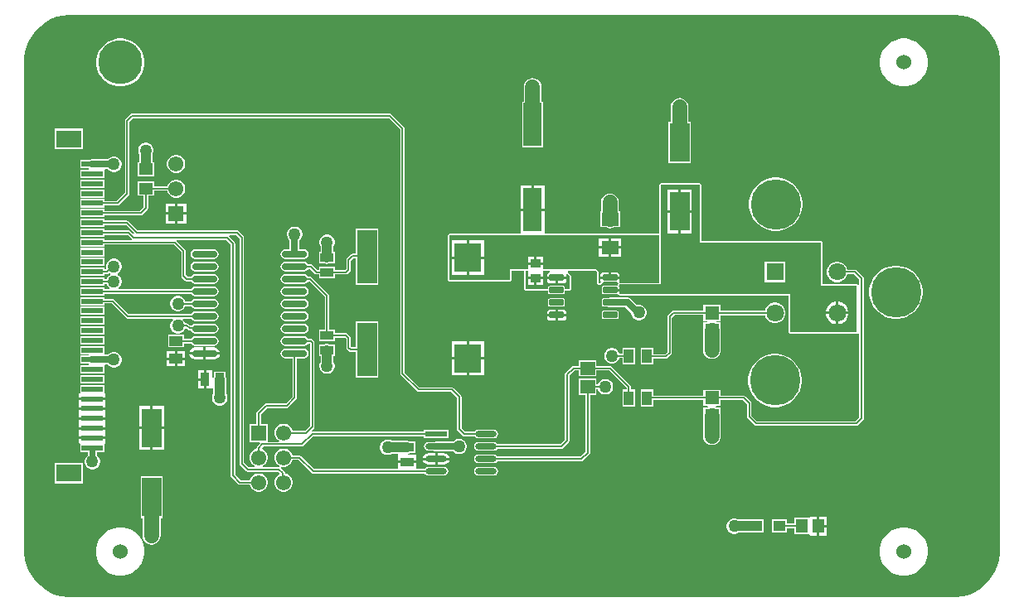
<source format=gtl>
G04*
G04 #@! TF.GenerationSoftware,Altium Limited,Altium Designer,24.2.2 (26)*
G04*
G04 Layer_Physical_Order=1*
G04 Layer_Color=255*
%FSLAX25Y25*%
%MOIN*%
G70*
G04*
G04 #@! TF.SameCoordinates,A429EB9D-CF2C-4BE8-93C1-183C4CBB5CAF*
G04*
G04*
G04 #@! TF.FilePolarity,Positive*
G04*
G01*
G75*
%ADD10C,0.02362*%
%ADD14R,0.07874X0.21654*%
G04:AMPARAMS|DCode=15|XSize=23.62mil|YSize=57.09mil|CornerRadius=2.01mil|HoleSize=0mil|Usage=FLASHONLY|Rotation=90.000|XOffset=0mil|YOffset=0mil|HoleType=Round|Shape=RoundedRectangle|*
%AMROUNDEDRECTD15*
21,1,0.02362,0.05307,0,0,90.0*
21,1,0.01961,0.05709,0,0,90.0*
1,1,0.00402,0.02653,0.00980*
1,1,0.00402,0.02653,-0.00980*
1,1,0.00402,-0.02653,-0.00980*
1,1,0.00402,-0.02653,0.00980*
%
%ADD15ROUNDEDRECTD15*%
%ADD16O,0.10236X0.02756*%
G04:AMPARAMS|DCode=17|XSize=86.79mil|YSize=23.94mil|CornerRadius=11.97mil|HoleSize=0mil|Usage=FLASHONLY|Rotation=0.000|XOffset=0mil|YOffset=0mil|HoleType=Round|Shape=RoundedRectangle|*
%AMROUNDEDRECTD17*
21,1,0.08679,0.00000,0,0,0.0*
21,1,0.06285,0.02394,0,0,0.0*
1,1,0.02394,0.03143,0.00000*
1,1,0.02394,-0.03143,0.00000*
1,1,0.02394,-0.03143,0.00000*
1,1,0.02394,0.03143,0.00000*
%
%ADD17ROUNDEDRECTD17*%
%ADD18R,0.08679X0.02394*%
%ADD19R,0.05709X0.04724*%
%ADD20R,0.04134X0.05709*%
%ADD21R,0.06102X0.05512*%
%ADD22R,0.05315X0.03937*%
%ADD23R,0.04724X0.05709*%
%ADD24R,0.10236X0.07087*%
%ADD25R,0.08661X0.02362*%
%ADD26R,0.04921X0.04331*%
%ADD27R,0.07087X0.05276*%
%ADD28R,0.03740X0.05315*%
%ADD29R,0.07874X0.15748*%
%ADD30R,0.05756X0.05542*%
%ADD31R,0.05315X0.03740*%
%ADD32R,0.07480X0.17323*%
%ADD33R,0.04134X0.03740*%
%ADD34R,0.11024X0.11811*%
%ADD50C,0.06102*%
%ADD51R,0.06102X0.06102*%
%ADD56C,0.00600*%
%ADD57C,0.02756*%
%ADD58C,0.05906*%
%ADD59C,0.03937*%
%ADD60C,0.06000*%
%ADD61C,0.20256*%
%ADD62C,0.07087*%
%ADD63R,0.07087X0.07087*%
%ADD64C,0.17717*%
%ADD65C,0.05000*%
G36*
X377707Y235488D02*
X380098Y234848D01*
X382385Y233900D01*
X384529Y232663D01*
X386492Y231156D01*
X388243Y229406D01*
X389750Y227442D01*
X390987Y225299D01*
X391934Y223012D01*
X392575Y220621D01*
X392898Y218167D01*
Y216929D01*
Y20079D01*
Y18841D01*
X392575Y16387D01*
X391934Y13996D01*
X390987Y11709D01*
X389750Y9566D01*
X388243Y7602D01*
X386492Y5852D01*
X384529Y4345D01*
X382385Y3107D01*
X380098Y2160D01*
X377707Y1519D01*
X375253Y1197D01*
X18447D01*
X15993Y1519D01*
X13602Y2160D01*
X11316Y3107D01*
X9172Y4345D01*
X7208Y5852D01*
X5458Y7602D01*
X3951Y9566D01*
X2714Y11709D01*
X1767Y13996D01*
X1126Y16387D01*
X803Y18841D01*
Y20079D01*
Y216929D01*
Y218167D01*
X1126Y220621D01*
X1767Y223012D01*
X2714Y225299D01*
X3951Y227442D01*
X5458Y229406D01*
X7208Y231156D01*
X9172Y232663D01*
X11316Y233900D01*
X13602Y234848D01*
X15993Y235488D01*
X18447Y235811D01*
X375253D01*
X377707Y235488D01*
D02*
G37*
%LPC*%
G36*
X355281Y226181D02*
X353381D01*
X351517Y225810D01*
X349762Y225083D01*
X348182Y224028D01*
X346838Y222684D01*
X345783Y221104D01*
X345056Y219349D01*
X344685Y217485D01*
Y215585D01*
X345056Y213722D01*
X345783Y211966D01*
X346838Y210387D01*
X348182Y209043D01*
X349762Y207988D01*
X351517Y207260D01*
X353381Y206890D01*
X355281D01*
X357144Y207260D01*
X358900Y207988D01*
X360479Y209043D01*
X361823Y210387D01*
X362879Y211966D01*
X363606Y213722D01*
X363976Y215585D01*
Y217485D01*
X363606Y219349D01*
X362879Y221104D01*
X361823Y222684D01*
X360479Y224028D01*
X358900Y225083D01*
X357144Y225810D01*
X355281Y226181D01*
D02*
G37*
G36*
X40320D02*
X38420D01*
X36557Y225810D01*
X34801Y225083D01*
X33221Y224028D01*
X31878Y222684D01*
X30822Y221104D01*
X30095Y219349D01*
X29724Y217485D01*
Y215585D01*
X30095Y213722D01*
X30822Y211966D01*
X31878Y210387D01*
X33221Y209043D01*
X34801Y207988D01*
X36557Y207260D01*
X38420Y206890D01*
X40320D01*
X42184Y207260D01*
X43939Y207988D01*
X45519Y209043D01*
X46862Y210387D01*
X47918Y211966D01*
X48645Y213722D01*
X49016Y215585D01*
Y217485D01*
X48645Y219349D01*
X47918Y221104D01*
X46862Y222684D01*
X45519Y224028D01*
X43939Y225083D01*
X42184Y225810D01*
X40320Y226181D01*
D02*
G37*
G36*
X205118Y210276D02*
X204191Y210154D01*
X203326Y209796D01*
X202584Y209227D01*
X202015Y208485D01*
X201657Y207620D01*
X201535Y206693D01*
Y200697D01*
X200878D01*
Y182374D01*
X209358D01*
Y200697D01*
X208701D01*
Y206693D01*
X208579Y207620D01*
X208221Y208485D01*
X207652Y209227D01*
X206910Y209796D01*
X206046Y210154D01*
X205118Y210276D01*
D02*
G37*
G36*
X24319Y189870D02*
X13083D01*
Y181783D01*
X24319D01*
Y189870D01*
D02*
G37*
G36*
X264217Y202205D02*
X263289Y202083D01*
X262425Y201725D01*
X261683Y201156D01*
X261114Y200414D01*
X260756Y199549D01*
X260633Y198622D01*
Y192823D01*
X259736D01*
Y176075D01*
X268610D01*
Y192823D01*
X267800D01*
Y198622D01*
X267678Y199549D01*
X267320Y200414D01*
X266751Y201156D01*
X266009Y201725D01*
X265144Y202083D01*
X264217Y202205D01*
D02*
G37*
G36*
X37219Y178689D02*
X36403D01*
X35615Y178478D01*
X34909Y178070D01*
X34446Y177607D01*
X28150D01*
X27378Y177454D01*
X27105Y177272D01*
X23319D01*
Y173909D01*
X26717D01*
X26773Y173835D01*
X26521Y173335D01*
X23319D01*
Y169973D01*
X32980D01*
Y173074D01*
X32980Y173335D01*
X33381Y173574D01*
X34446D01*
X34909Y173111D01*
X35615Y172703D01*
X36403Y172492D01*
X37219D01*
X38007Y172703D01*
X38713Y173111D01*
X39290Y173688D01*
X39698Y174395D01*
X39909Y175183D01*
Y175998D01*
X39698Y176786D01*
X39290Y177493D01*
X38713Y178070D01*
X38007Y178478D01*
X37219Y178689D01*
D02*
G37*
G36*
X62292Y179399D02*
X61330D01*
X60402Y179150D01*
X59569Y178670D01*
X58889Y177990D01*
X58409Y177157D01*
X58160Y176229D01*
Y175267D01*
X58409Y174339D01*
X58889Y173506D01*
X59569Y172826D01*
X60402Y172346D01*
X61330Y172097D01*
X62292D01*
X63220Y172346D01*
X64053Y172826D01*
X64733Y173506D01*
X65213Y174339D01*
X65462Y175267D01*
Y176229D01*
X65213Y177157D01*
X64733Y177990D01*
X64053Y178670D01*
X63220Y179150D01*
X62292Y179399D01*
D02*
G37*
G36*
X50014Y184240D02*
X49198D01*
X48410Y184029D01*
X47704Y183621D01*
X47127Y183044D01*
X46719Y182338D01*
X46508Y181550D01*
Y180734D01*
X46719Y179946D01*
X47016Y179432D01*
Y176484D01*
X46252D01*
Y170760D01*
X52961D01*
Y176484D01*
X52197D01*
Y179432D01*
X52494Y179946D01*
X52705Y180734D01*
Y181550D01*
X52494Y182338D01*
X52086Y183044D01*
X51509Y183621D01*
X50802Y184029D01*
X50014Y184240D01*
D02*
G37*
G36*
X62292Y169399D02*
X61330D01*
X60402Y169150D01*
X59569Y168670D01*
X58889Y167990D01*
X58409Y167157D01*
X58277Y166666D01*
X52961D01*
Y168610D01*
X46252D01*
Y162886D01*
X48689D01*
Y158254D01*
X47258Y156823D01*
X32980D01*
Y157587D01*
X23319D01*
Y154224D01*
X32980D01*
Y154988D01*
X47638D01*
X47989Y155058D01*
X48287Y155257D01*
X50255Y157225D01*
X50454Y157523D01*
X50524Y157874D01*
Y162886D01*
X52961D01*
Y164830D01*
X58277D01*
X58409Y164339D01*
X58889Y163506D01*
X59569Y162826D01*
X60402Y162346D01*
X61330Y162097D01*
X62292D01*
X63220Y162346D01*
X64053Y162826D01*
X64733Y163506D01*
X65213Y164339D01*
X65462Y165267D01*
Y166229D01*
X65213Y167157D01*
X64733Y167990D01*
X64053Y168670D01*
X63220Y169150D01*
X62292Y169399D01*
D02*
G37*
G36*
X32980Y169398D02*
X23319D01*
Y166035D01*
X32980D01*
Y169398D01*
D02*
G37*
G36*
Y165461D02*
X23319D01*
Y162098D01*
X32980D01*
Y165461D01*
D02*
G37*
G36*
X209858Y166945D02*
X205618D01*
Y157783D01*
X209858D01*
Y166945D01*
D02*
G37*
G36*
X204618D02*
X200378D01*
Y157783D01*
X204618D01*
Y166945D01*
D02*
G37*
G36*
X65862Y159799D02*
X62311D01*
Y156248D01*
X65862D01*
Y159799D01*
D02*
G37*
G36*
X61311D02*
X57760D01*
Y156248D01*
X61311D01*
Y159799D01*
D02*
G37*
G36*
X65862Y155248D02*
X62311D01*
Y151697D01*
X65862D01*
Y155248D01*
D02*
G37*
G36*
X61311D02*
X57760D01*
Y151697D01*
X61311D01*
Y155248D01*
D02*
G37*
G36*
X236221Y163820D02*
X235293Y163698D01*
X234429Y163339D01*
X233687Y162770D01*
X233117Y162028D01*
X232759Y161164D01*
X232637Y160236D01*
Y156524D01*
X232177D01*
Y150248D01*
X234512D01*
X235293Y149925D01*
X236221Y149802D01*
X237148Y149925D01*
X237929Y150248D01*
X240264D01*
Y156524D01*
X239804D01*
Y160236D01*
X239682Y161164D01*
X239324Y162028D01*
X238754Y162770D01*
X238012Y163339D01*
X237148Y163698D01*
X236221Y163820D01*
D02*
G37*
G36*
X303718Y170177D02*
X302030D01*
X300362Y169913D01*
X298756Y169391D01*
X297251Y168624D01*
X295885Y167632D01*
X294691Y166438D01*
X293699Y165071D01*
X292932Y163567D01*
X292410Y161961D01*
X292146Y160293D01*
Y158605D01*
X292410Y156937D01*
X292932Y155331D01*
X293699Y153826D01*
X294691Y152460D01*
X295885Y151266D01*
X297251Y150274D01*
X298756Y149507D01*
X300362Y148985D01*
X302030Y148721D01*
X303718D01*
X305386Y148985D01*
X306992Y149507D01*
X308497Y150274D01*
X309863Y151266D01*
X311057Y152460D01*
X312049Y153826D01*
X312816Y155331D01*
X313338Y156937D01*
X313602Y158605D01*
Y160293D01*
X313338Y161961D01*
X312816Y163567D01*
X312049Y165071D01*
X311057Y166438D01*
X309863Y167632D01*
X308497Y168624D01*
X306992Y169391D01*
X305386Y169913D01*
X303718Y170177D01*
D02*
G37*
G36*
X272319Y167972D02*
X256693D01*
X256234Y167782D01*
X256044Y167323D01*
Y147592D01*
X255906Y147500D01*
X210308D01*
X209858Y147622D01*
X209858Y148000D01*
Y156783D01*
X205118D01*
X200378D01*
Y148000D01*
X200378Y147622D01*
X199929Y147500D01*
X171653D01*
X171194Y147310D01*
X171004Y146850D01*
Y129134D01*
X171194Y128675D01*
X171653Y128484D01*
X196063D01*
X196522Y128675D01*
X196712Y129134D01*
Y132599D01*
X201516D01*
Y125295D01*
X201706Y124836D01*
X202165Y124646D01*
X211396D01*
Y123941D01*
X211450Y123668D01*
X211605Y123436D01*
X211837Y123281D01*
X212110Y123226D01*
X217417D01*
X217691Y123281D01*
X217923Y123436D01*
X218077Y123668D01*
X218132Y123941D01*
Y124646D01*
X219992D01*
X220451Y124836D01*
X220642Y125295D01*
Y130571D01*
X220451Y131030D01*
X219436Y132046D01*
X219295Y132104D01*
X219457Y132599D01*
X230538D01*
X231142Y131995D01*
Y127701D01*
X231332Y127242D01*
X231791Y127051D01*
X232396D01*
X232428Y127065D01*
X232461Y127055D01*
X232653Y127158D01*
X232724Y127187D01*
X232728Y127187D01*
X232731Y127190D01*
X232855Y127242D01*
X232868Y127274D01*
X232899Y127290D01*
X232962Y127368D01*
X232994Y127472D01*
X233067Y127551D01*
X233225Y127973D01*
X233540Y128165D01*
X233734Y128226D01*
X238751D01*
X238845Y128212D01*
X239241Y128076D01*
X239301Y127945D01*
X239504Y127547D01*
X239404Y127410D01*
X239381Y127311D01*
X239314Y127234D01*
X239192Y126872D01*
X238913Y126696D01*
X238696Y126616D01*
X233567D01*
X233294Y126562D01*
X233062Y126407D01*
X232907Y126175D01*
X232852Y125902D01*
Y123941D01*
X232907Y123668D01*
X233062Y123436D01*
X233294Y123281D01*
X233567Y123226D01*
X238874D01*
X239147Y123281D01*
X239461Y123349D01*
X239702Y123096D01*
X239861Y122862D01*
X239914Y122827D01*
X239938Y122769D01*
X240116Y122695D01*
X240278Y122590D01*
X240339Y122603D01*
X240398Y122579D01*
X308131D01*
Y107874D01*
X308322Y107415D01*
X308781Y107225D01*
X335055D01*
X335514Y107415D01*
X335899Y107800D01*
X335984Y108004D01*
X336484Y107905D01*
Y73608D01*
X335029Y72154D01*
X295360D01*
X293163Y74351D01*
Y79220D01*
X293093Y79571D01*
X292895Y79868D01*
X290618Y82145D01*
X290320Y82344D01*
X289969Y82414D01*
X280544D01*
Y84767D01*
X273787D01*
Y82414D01*
X253650D01*
Y84842D01*
X248516D01*
Y78133D01*
X253650D01*
Y80578D01*
X273787D01*
Y78225D01*
X275407D01*
X275633Y77725D01*
X275579Y77663D01*
X273787D01*
Y75371D01*
X273748Y75276D01*
X273626Y74349D01*
Y66133D01*
X273748Y65206D01*
X274106Y64341D01*
X274675Y63599D01*
X275417Y63030D01*
X276281Y62672D01*
X277209Y62550D01*
X278136Y62672D01*
X279001Y63030D01*
X279743Y63599D01*
X280312Y64341D01*
X280670Y65206D01*
X280792Y66133D01*
Y74349D01*
X280670Y75276D01*
X280544Y75582D01*
Y77663D01*
X278839D01*
X278785Y77725D01*
X279011Y78225D01*
X280544D01*
Y80578D01*
X289589D01*
X291328Y78839D01*
Y73971D01*
X291398Y73619D01*
X291597Y73322D01*
X294332Y70587D01*
X294629Y70388D01*
X294980Y70318D01*
X335409D01*
X335760Y70388D01*
X336058Y70587D01*
X338050Y72579D01*
X338249Y72877D01*
X338319Y73228D01*
Y129634D01*
X338249Y129985D01*
X338050Y130283D01*
X335440Y132893D01*
X335142Y133092D01*
X334791Y133162D01*
X331603D01*
X331420Y133843D01*
X330874Y134788D01*
X330103Y135560D01*
X329158Y136105D01*
X328104Y136387D01*
X327014D01*
X325960Y136105D01*
X325015Y135560D01*
X324244Y134788D01*
X323698Y133843D01*
X323416Y132790D01*
Y131699D01*
X323698Y130645D01*
X324244Y129700D01*
X325015Y128929D01*
X325960Y128383D01*
X327014Y128101D01*
X328104D01*
X329158Y128383D01*
X330103Y128929D01*
X330874Y129700D01*
X331420Y130645D01*
X331603Y131326D01*
X334411D01*
X336484Y129254D01*
Y126907D01*
X335984Y126808D01*
X335899Y127012D01*
X335440Y127202D01*
X321516D01*
Y144095D01*
X321325Y144554D01*
X320866Y144744D01*
X272968D01*
Y167323D01*
X272778Y167782D01*
X272319Y167972D01*
D02*
G37*
G36*
X32980Y153650D02*
X23319D01*
Y150287D01*
X32980D01*
Y151051D01*
X41751D01*
X44940Y147862D01*
X44789Y147305D01*
X44755Y147296D01*
X44746Y147300D01*
X43365Y148680D01*
X43068Y148879D01*
X42717Y148949D01*
X32980D01*
Y149713D01*
X23319D01*
Y146350D01*
X32980D01*
Y147114D01*
X42336D01*
X43938Y145512D01*
X43832Y145127D01*
X43749Y145012D01*
X32980D01*
Y145776D01*
X23319D01*
Y142413D01*
X32980D01*
Y143177D01*
X60919D01*
X63846Y140250D01*
Y130787D01*
X63916Y130436D01*
X64115Y130139D01*
X65493Y128761D01*
X65791Y128562D01*
X66142Y128492D01*
X67843D01*
X68134Y128056D01*
X68755Y127640D01*
X69488Y127495D01*
X76968D01*
X77701Y127640D01*
X78322Y128056D01*
X78737Y128677D01*
X78883Y129409D01*
X78737Y130142D01*
X78322Y130763D01*
X77701Y131178D01*
X76968Y131324D01*
X69488D01*
X68755Y131178D01*
X68134Y130763D01*
X67843Y130327D01*
X66522D01*
X65681Y131167D01*
Y140630D01*
X65612Y140981D01*
X65413Y141279D01*
X62046Y144645D01*
X62153Y145030D01*
X62235Y145145D01*
X80238D01*
X80570Y145079D01*
X82049D01*
X83728Y143400D01*
Y50219D01*
X83798Y49868D01*
X83997Y49570D01*
X86735Y46832D01*
X87033Y46633D01*
X87384Y46563D01*
X91466D01*
X91598Y46071D01*
X92078Y45238D01*
X92758Y44559D01*
X93591Y44078D01*
X94519Y43829D01*
X95481D01*
X96409Y44078D01*
X97242Y44559D01*
X97922Y45238D01*
X98402Y46071D01*
X98651Y47000D01*
Y47961D01*
X98402Y48890D01*
X97922Y49722D01*
X97242Y50402D01*
X96409Y50883D01*
X95481Y51131D01*
X94519D01*
X93591Y50883D01*
X92758Y50402D01*
X92078Y49722D01*
X91598Y48890D01*
X91466Y48398D01*
X87764D01*
X85563Y50599D01*
Y143780D01*
X85493Y144132D01*
X85295Y144429D01*
X83110Y146614D01*
X83122Y146750D01*
X83277Y147114D01*
X85840D01*
X87271Y145683D01*
Y55118D01*
X87341Y54767D01*
X87540Y54469D01*
X89912Y52097D01*
X90210Y51898D01*
X90561Y51828D01*
X102779D01*
X103310Y51298D01*
X103228Y50673D01*
X102758Y50402D01*
X102078Y49722D01*
X101598Y48890D01*
X101349Y47961D01*
Y47000D01*
X101598Y46071D01*
X102078Y45238D01*
X102758Y44559D01*
X103591Y44078D01*
X104519Y43829D01*
X105481D01*
X106409Y44078D01*
X107242Y44559D01*
X107922Y45238D01*
X108402Y46071D01*
X108651Y47000D01*
Y47961D01*
X108402Y48890D01*
X107922Y49722D01*
X107242Y50402D01*
X106409Y50883D01*
X105642Y51088D01*
Y51181D01*
X105572Y51532D01*
X105373Y51830D01*
X103869Y53334D01*
X103842Y53385D01*
X103838Y53499D01*
X103974Y53972D01*
X103978Y53974D01*
X104067Y53950D01*
X104519Y53829D01*
X105481D01*
X106409Y54078D01*
X107242Y54559D01*
X107922Y55238D01*
X108402Y56071D01*
X108534Y56563D01*
X111026D01*
X116288Y51300D01*
X116586Y51101D01*
X116937Y51031D01*
X161765D01*
X161969Y50726D01*
X162530Y50350D01*
X163192Y50219D01*
X169478D01*
X170140Y50350D01*
X170701Y50726D01*
X171076Y51287D01*
X171208Y51949D01*
X171076Y52611D01*
X170701Y53172D01*
X170140Y53547D01*
X169478Y53679D01*
X163192D01*
X162530Y53547D01*
X161969Y53172D01*
X161765Y52866D01*
X158382D01*
Y55209D01*
X154724D01*
X151067D01*
Y52866D01*
X117317D01*
X112055Y58129D01*
X111757Y58328D01*
X111406Y58398D01*
X108534D01*
X108402Y58890D01*
X107922Y59722D01*
X107242Y60402D01*
X106409Y60883D01*
X105481Y61132D01*
X104519D01*
X103591Y60883D01*
X102758Y60402D01*
X102078Y59722D01*
X101598Y58890D01*
X101349Y57961D01*
Y57000D01*
X101598Y56071D01*
X102078Y55238D01*
X102758Y54559D01*
X103269Y54264D01*
X103243Y53702D01*
X103189Y53677D01*
X103105Y53666D01*
X103081Y53664D01*
X103159Y53664D01*
X103159Y53664D01*
X103035Y53664D01*
X96692D01*
X96558Y54164D01*
X97242Y54559D01*
X97922Y55238D01*
X98402Y56071D01*
X98651Y57000D01*
Y57961D01*
X98402Y58890D01*
X97922Y59722D01*
X97242Y60402D01*
X96476Y60844D01*
X96381Y61107D01*
X96343Y61418D01*
X96837Y61912D01*
X112436D01*
X112787Y61982D01*
X113085Y62181D01*
X116935Y66031D01*
X161496D01*
Y65252D01*
X171175D01*
Y68646D01*
X161496D01*
Y67866D01*
X116555D01*
X116517Y67859D01*
X116271Y68320D01*
X117184Y69233D01*
X117383Y69531D01*
X117453Y69882D01*
Y103740D01*
X117383Y104091D01*
X117184Y104389D01*
X116515Y105058D01*
X116217Y105257D01*
X115866Y105327D01*
X114834D01*
X114543Y105763D01*
X113922Y106178D01*
X113189Y106324D01*
X105709D01*
X104976Y106178D01*
X104355Y105763D01*
X103940Y105142D01*
X103794Y104409D01*
X103940Y103677D01*
X104355Y103056D01*
X104976Y102640D01*
X105709Y102495D01*
X113189D01*
X113922Y102640D01*
X114543Y103056D01*
X114834Y103492D01*
X115486D01*
X115618Y103360D01*
Y70262D01*
X113754Y68398D01*
X108534D01*
X108402Y68890D01*
X107922Y69722D01*
X107242Y70402D01*
X106409Y70883D01*
X105481Y71131D01*
X104519D01*
X103591Y70883D01*
X102758Y70402D01*
X102078Y69722D01*
X101598Y68890D01*
X101349Y67961D01*
Y67000D01*
X101598Y66071D01*
X102078Y65238D01*
X102758Y64559D01*
X103297Y64248D01*
X103163Y63748D01*
X99117D01*
X98651Y63829D01*
X98651Y64248D01*
Y71131D01*
X95918D01*
Y74856D01*
X98490Y77429D01*
X106299D01*
X106650Y77499D01*
X106948Y77698D01*
X110098Y80847D01*
X110297Y81145D01*
X110366Y81496D01*
Y97495D01*
X113189D01*
X113922Y97641D01*
X114543Y98055D01*
X114958Y98677D01*
X115104Y99410D01*
X114958Y100142D01*
X114543Y100763D01*
X113922Y101178D01*
X113189Y101324D01*
X105709D01*
X104976Y101178D01*
X104355Y100763D01*
X103940Y100142D01*
X103794Y99410D01*
X103940Y98677D01*
X104355Y98055D01*
X104976Y97641D01*
X105709Y97495D01*
X108531D01*
Y81876D01*
X105919Y79264D01*
X98110D01*
X97759Y79194D01*
X97461Y78995D01*
X94351Y75885D01*
X94152Y75588D01*
X94082Y75236D01*
Y71131D01*
X91349D01*
Y63829D01*
X95451D01*
X95658Y63329D01*
X94409Y62080D01*
X94210Y61783D01*
X94141Y61431D01*
Y61030D01*
X93591Y60883D01*
X92758Y60402D01*
X92078Y59722D01*
X91598Y58890D01*
X91349Y57961D01*
Y57000D01*
X91598Y56071D01*
X92078Y55238D01*
X92758Y54559D01*
X93442Y54164D01*
X93308Y53664D01*
X90941D01*
X89107Y55498D01*
Y146063D01*
X89037Y146414D01*
X88838Y146712D01*
X86869Y148680D01*
X86572Y148879D01*
X86221Y148949D01*
X46448D01*
X42780Y152617D01*
X42482Y152816D01*
X42131Y152886D01*
X32980D01*
Y153650D01*
D02*
G37*
G36*
Y141839D02*
X23319D01*
Y138476D01*
X32980D01*
Y141839D01*
D02*
G37*
G36*
X76968Y141324D02*
X69488D01*
X68755Y141178D01*
X68134Y140763D01*
X67719Y140142D01*
X67573Y139409D01*
X67719Y138677D01*
X68134Y138056D01*
X68755Y137641D01*
X69488Y137495D01*
X76968D01*
X77701Y137641D01*
X78322Y138056D01*
X78737Y138677D01*
X78883Y139409D01*
X78737Y140142D01*
X78322Y140763D01*
X77701Y141178D01*
X76968Y141324D01*
D02*
G37*
G36*
X109857Y150493D02*
X109041D01*
X108253Y150282D01*
X107546Y149874D01*
X106969Y149297D01*
X106562Y148591D01*
X106350Y147803D01*
Y146987D01*
X106562Y146199D01*
X106969Y145492D01*
X107432Y145029D01*
Y141324D01*
X105709D01*
X104976Y141178D01*
X104355Y140763D01*
X103940Y140142D01*
X103794Y139409D01*
X103940Y138677D01*
X104355Y138056D01*
X104976Y137641D01*
X105709Y137495D01*
X108936D01*
X109449Y137393D01*
X109961Y137495D01*
X113189D01*
X113922Y137641D01*
X114543Y138056D01*
X114958Y138677D01*
X115104Y139409D01*
X114958Y140142D01*
X114543Y140763D01*
X113922Y141178D01*
X113189Y141324D01*
X111466D01*
Y145029D01*
X111928Y145492D01*
X112336Y146199D01*
X112547Y146987D01*
Y147803D01*
X112336Y148591D01*
X111928Y149297D01*
X111351Y149874D01*
X110645Y150282D01*
X109857Y150493D01*
D02*
G37*
G36*
X122892Y147193D02*
X122077D01*
X121289Y146982D01*
X120582Y146574D01*
X120005Y145997D01*
X119597Y145290D01*
X119386Y144502D01*
Y143687D01*
X119597Y142898D01*
X119894Y142385D01*
Y140362D01*
X119283D01*
Y135622D01*
X121600D01*
X121814Y135533D01*
X122485Y135445D01*
X123155Y135533D01*
X123369Y135622D01*
X125598D01*
Y140362D01*
X125075D01*
Y142385D01*
X125372Y142898D01*
X125583Y143687D01*
Y144502D01*
X125372Y145290D01*
X124964Y145997D01*
X124387Y146574D01*
X123680Y146982D01*
X122892Y147193D01*
D02*
G37*
G36*
X32980Y137902D02*
X23319D01*
Y134539D01*
X32980D01*
Y137902D01*
D02*
G37*
G36*
X37219Y137508D02*
X36403D01*
X35615Y137297D01*
X34909Y136889D01*
X34332Y136312D01*
X33924Y135605D01*
X33713Y134817D01*
Y134002D01*
X33799Y133680D01*
X33480Y133283D01*
X32980Y133360D01*
Y133965D01*
X23319D01*
Y130602D01*
X32980D01*
Y131366D01*
X34129D01*
X34480Y131436D01*
X34778Y131635D01*
X34904Y131761D01*
X35304Y131547D01*
X35308Y131056D01*
X34909Y130826D01*
X34332Y130249D01*
X33924Y129542D01*
X33849Y129264D01*
X32980D01*
Y130027D01*
X23319D01*
Y126665D01*
X32980D01*
Y127429D01*
X33849D01*
X33924Y127150D01*
X34332Y126444D01*
X34909Y125867D01*
X34978Y125827D01*
X34844Y125327D01*
X32980D01*
Y126091D01*
X23319D01*
Y122728D01*
X32980D01*
Y123492D01*
X67843D01*
X68134Y123056D01*
X68755Y122641D01*
X69488Y122495D01*
X76968D01*
X77701Y122641D01*
X78322Y123056D01*
X78737Y123677D01*
X78883Y124409D01*
X78737Y125142D01*
X78322Y125763D01*
X77701Y126178D01*
X76968Y126324D01*
X69488D01*
X68755Y126178D01*
X68134Y125763D01*
X67843Y125327D01*
X38778D01*
X38644Y125827D01*
X38713Y125867D01*
X39290Y126444D01*
X39698Y127150D01*
X39909Y127938D01*
Y128754D01*
X39698Y129542D01*
X39290Y130249D01*
X38713Y130826D01*
X38257Y131089D01*
Y131667D01*
X38713Y131930D01*
X39290Y132507D01*
X39698Y133213D01*
X39909Y134002D01*
Y134817D01*
X39698Y135605D01*
X39290Y136312D01*
X38713Y136889D01*
X38007Y137297D01*
X37219Y137508D01*
D02*
G37*
G36*
X76968Y136324D02*
X69488D01*
X68755Y136178D01*
X68134Y135763D01*
X67719Y135142D01*
X67573Y134409D01*
X67719Y133677D01*
X68134Y133055D01*
X68755Y132641D01*
X69488Y132495D01*
X76968D01*
X77701Y132641D01*
X78322Y133055D01*
X78737Y133677D01*
X78883Y134409D01*
X78737Y135142D01*
X78322Y135763D01*
X77701Y136178D01*
X76968Y136324D01*
D02*
G37*
G36*
X143020Y149713D02*
X134146D01*
Y139500D01*
X132677D01*
X132326Y139430D01*
X132028Y139232D01*
X130454Y137657D01*
X130255Y137359D01*
X130185Y137008D01*
Y133451D01*
X129738Y133004D01*
X125598D01*
Y134457D01*
X119283D01*
Y133004D01*
X118589D01*
X116535Y135058D01*
X116237Y135257D01*
X115886Y135327D01*
X114834D01*
X114543Y135763D01*
X113922Y136178D01*
X113189Y136324D01*
X105709D01*
X104976Y136178D01*
X104355Y135763D01*
X103940Y135142D01*
X103794Y134409D01*
X103940Y133677D01*
X104355Y133055D01*
X104976Y132641D01*
X105709Y132495D01*
X113189D01*
X113922Y132641D01*
X114543Y133055D01*
X114834Y133492D01*
X115506D01*
X117560Y131438D01*
X117858Y131239D01*
X118209Y131169D01*
X119283D01*
Y129717D01*
X125598D01*
Y131169D01*
X130118D01*
X130469Y131239D01*
X130767Y131438D01*
X131751Y132422D01*
X131950Y132720D01*
X132020Y133071D01*
Y136628D01*
X133057Y137665D01*
X134146D01*
Y127059D01*
X143020D01*
Y149713D01*
D02*
G37*
G36*
X113189Y126324D02*
X105709D01*
X104976Y126178D01*
X104355Y125763D01*
X103940Y125142D01*
X103794Y124409D01*
X103940Y123677D01*
X104355Y123056D01*
X104976Y122641D01*
X105709Y122495D01*
X113189D01*
X113922Y122641D01*
X114543Y123056D01*
X114958Y123677D01*
X115104Y124409D01*
X114958Y125142D01*
X114543Y125763D01*
X113922Y126178D01*
X113189Y126324D01*
D02*
G37*
G36*
X217417Y121616D02*
X212110D01*
X211837Y121562D01*
X211605Y121407D01*
X211450Y121175D01*
X211396Y120902D01*
Y118941D01*
X211450Y118667D01*
X211605Y118436D01*
X211837Y118281D01*
X212110Y118226D01*
X217417D01*
X217691Y118281D01*
X217923Y118436D01*
X218077Y118667D01*
X218132Y118941D01*
Y120902D01*
X218077Y121175D01*
X217923Y121407D01*
X217691Y121562D01*
X217417Y121616D01*
D02*
G37*
G36*
X113189Y121324D02*
X105709D01*
X104976Y121178D01*
X104355Y120763D01*
X103940Y120142D01*
X103794Y119409D01*
X103940Y118677D01*
X104355Y118055D01*
X104976Y117640D01*
X105709Y117495D01*
X113189D01*
X113922Y117640D01*
X114543Y118055D01*
X114958Y118677D01*
X115104Y119409D01*
X114958Y120142D01*
X114543Y120763D01*
X113922Y121178D01*
X113189Y121324D01*
D02*
G37*
G36*
X62960Y122508D02*
X62144D01*
X61356Y122297D01*
X60650Y121889D01*
X60073Y121312D01*
X59665Y120605D01*
X59454Y119817D01*
Y119001D01*
X59665Y118213D01*
X60073Y117507D01*
X60650Y116930D01*
X61356Y116522D01*
X62144Y116311D01*
X62960D01*
X63748Y116522D01*
X64455Y116930D01*
X65031Y117507D01*
X65439Y118213D01*
X65514Y118492D01*
X67843D01*
X68134Y118055D01*
X68755Y117640D01*
X69488Y117495D01*
X76968D01*
X77701Y117640D01*
X78322Y118055D01*
X78737Y118677D01*
X78883Y119409D01*
X78737Y120142D01*
X78322Y120763D01*
X77701Y121178D01*
X76968Y121324D01*
X69488D01*
X68755Y121178D01*
X68134Y120763D01*
X67843Y120327D01*
X65514D01*
X65439Y120605D01*
X65031Y121312D01*
X64455Y121889D01*
X63748Y122297D01*
X62960Y122508D01*
D02*
G37*
G36*
X303104Y119852D02*
X302014D01*
X300960Y119570D01*
X300015Y119024D01*
X299244Y118253D01*
X298698Y117308D01*
X298516Y116626D01*
X280544D01*
Y119019D01*
X273787D01*
Y116666D01*
X261811D01*
X261460Y116596D01*
X261162Y116397D01*
X259587Y114822D01*
X259388Y114524D01*
X259319Y114173D01*
Y100162D01*
X258303Y99146D01*
X253650D01*
Y101583D01*
X248516D01*
Y94874D01*
X253650D01*
Y97311D01*
X258683D01*
X259034Y97381D01*
X259332Y97579D01*
X260885Y99133D01*
X261084Y99431D01*
X261154Y99782D01*
Y113793D01*
X262191Y114830D01*
X273787D01*
Y112477D01*
X275258D01*
X275484Y111977D01*
X275430Y111915D01*
X273787D01*
Y109772D01*
X273704Y109572D01*
X273582Y108644D01*
Y100787D01*
X273704Y99860D01*
X274062Y98996D01*
X274632Y98254D01*
X275374Y97684D01*
X276238Y97326D01*
X277165Y97204D01*
X278093Y97326D01*
X278957Y97684D01*
X279699Y98254D01*
X280269Y98996D01*
X280627Y99860D01*
X280749Y100787D01*
Y108644D01*
X280627Y109572D01*
X280544Y109772D01*
Y111915D01*
X278901D01*
X278847Y111977D01*
X279073Y112477D01*
X280544D01*
Y114791D01*
X298516D01*
X298698Y114109D01*
X299244Y113165D01*
X300015Y112393D01*
X300960Y111848D01*
X302014Y111565D01*
X303104D01*
X304158Y111848D01*
X305103Y112393D01*
X305874Y113165D01*
X306420Y114109D01*
X306702Y115163D01*
Y116254D01*
X306420Y117308D01*
X305874Y118253D01*
X305103Y119024D01*
X304158Y119570D01*
X303104Y119852D01*
D02*
G37*
G36*
X217417Y117126D02*
X215264D01*
Y115421D01*
X218642D01*
Y115902D01*
X218548Y116370D01*
X218283Y116767D01*
X217886Y117033D01*
X217417Y117126D01*
D02*
G37*
G36*
X214264D02*
X212110D01*
X211642Y117033D01*
X211245Y116767D01*
X210979Y116370D01*
X210886Y115902D01*
Y115421D01*
X214264D01*
Y117126D01*
D02*
G37*
G36*
X214764Y114921D02*
D01*
D01*
D01*
D02*
G37*
G36*
X32980Y118217D02*
X23319D01*
Y114854D01*
X32980D01*
Y118217D01*
D02*
G37*
G36*
X352025Y134744D02*
X350337D01*
X348669Y134479D01*
X347063Y133958D01*
X345558Y133191D01*
X344192Y132199D01*
X342998Y131005D01*
X342006Y129638D01*
X341239Y128134D01*
X340717Y126528D01*
X340453Y124860D01*
Y123171D01*
X340717Y121504D01*
X341239Y119898D01*
X342006Y118393D01*
X342998Y117027D01*
X344192Y115833D01*
X345558Y114840D01*
X347063Y114074D01*
X348669Y113552D01*
X350337Y113288D01*
X352025D01*
X353693Y113552D01*
X355299Y114074D01*
X356804Y114840D01*
X358170Y115833D01*
X359364Y117027D01*
X360356Y118393D01*
X361123Y119898D01*
X361645Y121504D01*
X361909Y123171D01*
Y124860D01*
X361645Y126528D01*
X361123Y128134D01*
X360356Y129638D01*
X359364Y131005D01*
X358170Y132199D01*
X356804Y133191D01*
X355299Y133958D01*
X353693Y134479D01*
X352025Y134744D01*
D02*
G37*
G36*
X238874Y116616D02*
X233567D01*
X233294Y116562D01*
X233062Y116407D01*
X232907Y116175D01*
X232852Y115902D01*
Y113941D01*
X232907Y113668D01*
X233062Y113436D01*
X233294Y113281D01*
X233567Y113226D01*
X238874D01*
X239147Y113281D01*
X239379Y113436D01*
X239534Y113668D01*
X239588Y113941D01*
Y115902D01*
X239534Y116175D01*
X239379Y116407D01*
X239147Y116562D01*
X238874Y116616D01*
D02*
G37*
G36*
X236290Y121869D02*
X235518Y121715D01*
X235370Y121616D01*
X233567D01*
X233294Y121562D01*
X233062Y121407D01*
X232907Y121175D01*
X232852Y120902D01*
Y118941D01*
X232907Y118667D01*
X233062Y118436D01*
X233294Y118281D01*
X233567Y118226D01*
X235162D01*
X235518Y117989D01*
X236290Y117835D01*
X242373D01*
X244736Y115472D01*
Y115425D01*
X244947Y114637D01*
X245355Y113930D01*
X245932Y113354D01*
X246639Y112946D01*
X247427Y112734D01*
X248243D01*
X249031Y112946D01*
X249737Y113354D01*
X250314Y113930D01*
X250722Y114637D01*
X250933Y115425D01*
Y116241D01*
X250722Y117029D01*
X250314Y117735D01*
X249737Y118312D01*
X249031Y118720D01*
X248243Y118931D01*
X247427D01*
X247075Y118837D01*
X244635Y121278D01*
X243980Y121715D01*
X243209Y121868D01*
X236291D01*
X236290Y121869D01*
D02*
G37*
G36*
X218642Y114421D02*
X215264D01*
Y112717D01*
X217417D01*
X217886Y112810D01*
X218283Y113075D01*
X218548Y113472D01*
X218642Y113941D01*
Y114421D01*
D02*
G37*
G36*
X214264D02*
X210886D01*
Y113941D01*
X210979Y113472D01*
X211245Y113075D01*
X211642Y112810D01*
X212110Y112717D01*
X214264D01*
Y114421D01*
D02*
G37*
G36*
X113189Y116324D02*
X105709D01*
X104976Y116178D01*
X104355Y115763D01*
X103940Y115142D01*
X103794Y114409D01*
X103940Y113677D01*
X104355Y113056D01*
X104976Y112641D01*
X105709Y112495D01*
X113189D01*
X113922Y112641D01*
X114543Y113056D01*
X114958Y113677D01*
X115104Y114409D01*
X114958Y115142D01*
X114543Y115763D01*
X113922Y116178D01*
X113189Y116324D01*
D02*
G37*
G36*
X32980Y122153D02*
X23319D01*
Y118791D01*
X32980D01*
Y119555D01*
X35840D01*
X41635Y113761D01*
X41932Y113562D01*
X42283Y113492D01*
X60353D01*
X60476Y113283D01*
X60535Y112992D01*
X60029Y112486D01*
X59621Y111780D01*
X59410Y110992D01*
Y110176D01*
X59621Y109388D01*
X60029Y108681D01*
X60606Y108104D01*
X61313Y107696D01*
X62100Y107485D01*
X62916D01*
X63704Y107696D01*
X64411Y108104D01*
X64988Y108681D01*
X65381Y109363D01*
X65429Y109394D01*
X65939Y109483D01*
X66561Y108860D01*
X66859Y108661D01*
X67210Y108592D01*
X67776D01*
X68134Y108055D01*
X68755Y107641D01*
X69488Y107495D01*
X76968D01*
X77701Y107641D01*
X78322Y108055D01*
X78737Y108677D01*
X78883Y109409D01*
X78737Y110142D01*
X78322Y110763D01*
X77701Y111178D01*
X76968Y111324D01*
X69488D01*
X68755Y111178D01*
X68134Y110763D01*
X68021Y110594D01*
X67464Y110554D01*
X66785Y111232D01*
X66487Y111431D01*
X66136Y111501D01*
X65470D01*
X65396Y111780D01*
X64988Y112486D01*
X64482Y112992D01*
X64541Y113283D01*
X64664Y113492D01*
X67843D01*
X68134Y113056D01*
X68755Y112641D01*
X69488Y112495D01*
X76968D01*
X77701Y112641D01*
X78322Y113056D01*
X78737Y113677D01*
X78883Y114409D01*
X78737Y115142D01*
X78322Y115763D01*
X77701Y116178D01*
X76968Y116324D01*
X69488D01*
X68755Y116178D01*
X68134Y115763D01*
X67843Y115327D01*
X42664D01*
X36869Y121121D01*
X36572Y121320D01*
X36220Y121390D01*
X32980D01*
Y122153D01*
D02*
G37*
G36*
Y114279D02*
X23319D01*
Y110917D01*
X32980D01*
Y114279D01*
D02*
G37*
G36*
X113189Y111324D02*
X105709D01*
X104976Y111178D01*
X104355Y110763D01*
X103940Y110142D01*
X103794Y109409D01*
X103940Y108677D01*
X104355Y108055D01*
X104976Y107641D01*
X105709Y107495D01*
X113189D01*
X113922Y107641D01*
X114543Y108055D01*
X114958Y108677D01*
X115104Y109409D01*
X114958Y110142D01*
X114543Y110763D01*
X113922Y111178D01*
X113189Y111324D01*
D02*
G37*
G36*
X32980Y110343D02*
X23319D01*
Y106980D01*
X32980D01*
Y110343D01*
D02*
G37*
G36*
Y106405D02*
X23319D01*
Y103043D01*
X32980D01*
Y106405D01*
D02*
G37*
G36*
X64969Y106878D02*
X58653D01*
Y101941D01*
X64969D01*
Y103492D01*
X67843D01*
X68134Y103056D01*
X68755Y102640D01*
X69488Y102495D01*
X76968D01*
X77701Y102640D01*
X78322Y103056D01*
X78737Y103677D01*
X78883Y104409D01*
X78737Y105142D01*
X78322Y105763D01*
X77701Y106178D01*
X76968Y106324D01*
X69488D01*
X68755Y106178D01*
X68134Y105763D01*
X67843Y105327D01*
X64969D01*
Y106878D01*
D02*
G37*
G36*
X76968Y101834D02*
X73728D01*
Y99910D01*
X79294D01*
X79208Y100337D01*
X78683Y101124D01*
X77896Y101649D01*
X76968Y101834D01*
D02*
G37*
G36*
X72728D02*
X69488D01*
X68560Y101649D01*
X67774Y101124D01*
X67248Y100337D01*
X67163Y99910D01*
X72728D01*
Y101834D01*
D02*
G37*
G36*
X246366Y101583D02*
X241232D01*
Y99363D01*
X239978D01*
X239904Y99642D01*
X239496Y100348D01*
X238919Y100925D01*
X238212Y101333D01*
X237424Y101544D01*
X236608D01*
X235820Y101333D01*
X235114Y100925D01*
X234537Y100348D01*
X234129Y99642D01*
X233918Y98854D01*
Y98038D01*
X234129Y97250D01*
X234537Y96543D01*
X235114Y95967D01*
X235820Y95559D01*
X236608Y95347D01*
X237424D01*
X238212Y95559D01*
X238919Y95967D01*
X239496Y96543D01*
X239904Y97250D01*
X239978Y97528D01*
X241232D01*
Y94874D01*
X246366D01*
Y101583D01*
D02*
G37*
G36*
X185646Y104347D02*
X179634D01*
Y97941D01*
X185646D01*
Y104347D01*
D02*
G37*
G36*
X178634D02*
X172622D01*
Y97941D01*
X178634D01*
Y104347D01*
D02*
G37*
G36*
X65469Y100292D02*
X62311D01*
Y97823D01*
X65469D01*
Y100292D01*
D02*
G37*
G36*
X61311D02*
X58153D01*
Y97823D01*
X61311D01*
Y100292D01*
D02*
G37*
G36*
X79294Y98909D02*
X73728D01*
Y96985D01*
X76968D01*
X77896Y97170D01*
X78683Y97695D01*
X79208Y98482D01*
X79294Y98909D01*
D02*
G37*
G36*
X72728D02*
X67163D01*
X67248Y98482D01*
X67774Y97695D01*
X68560Y97170D01*
X69488Y96985D01*
X72728D01*
Y98909D01*
D02*
G37*
G36*
X65469Y96823D02*
X62311D01*
Y94354D01*
X65469D01*
Y96823D01*
D02*
G37*
G36*
X61311D02*
X58153D01*
Y94354D01*
X61311D01*
Y96823D01*
D02*
G37*
G36*
X32980Y102469D02*
X23319D01*
Y99106D01*
X26521D01*
X26773Y98606D01*
X26717Y98532D01*
X23319D01*
Y95169D01*
X26717D01*
X26773Y95095D01*
X26521Y94595D01*
X23319D01*
Y91232D01*
X32980D01*
Y94334D01*
X32980Y94594D01*
X33381Y94834D01*
X34446D01*
X34909Y94371D01*
X35615Y93963D01*
X36403Y93752D01*
X37219D01*
X38007Y93963D01*
X38713Y94371D01*
X39290Y94948D01*
X39698Y95654D01*
X39909Y96442D01*
Y97258D01*
X39698Y98046D01*
X39290Y98753D01*
X38713Y99330D01*
X38007Y99738D01*
X37219Y99949D01*
X36403D01*
X35615Y99738D01*
X34909Y99330D01*
X34446Y98867D01*
X33381D01*
X32980Y99106D01*
X32980Y99367D01*
Y102469D01*
D02*
G37*
G36*
X122485Y103334D02*
X121814Y103246D01*
X121600Y103157D01*
X119283D01*
Y98417D01*
X119894D01*
Y96080D01*
X119597Y95566D01*
X119386Y94778D01*
Y93962D01*
X119597Y93174D01*
X120005Y92468D01*
X120582Y91891D01*
X121289Y91483D01*
X122077Y91272D01*
X122892D01*
X123680Y91483D01*
X124387Y91891D01*
X124964Y92468D01*
X125372Y93174D01*
X125583Y93962D01*
Y94778D01*
X125372Y95566D01*
X125075Y96080D01*
Y98417D01*
X125598D01*
Y103157D01*
X123369D01*
X123155Y103246D01*
X122485Y103334D01*
D02*
G37*
G36*
X185646Y96941D02*
X179634D01*
Y90535D01*
X185646D01*
Y96941D01*
D02*
G37*
G36*
X178634D02*
X172622D01*
Y90535D01*
X178634D01*
Y96941D01*
D02*
G37*
G36*
X113189Y131324D02*
X105709D01*
X104976Y131178D01*
X104355Y130763D01*
X103940Y130142D01*
X103794Y129409D01*
X103940Y128677D01*
X104355Y128056D01*
X104976Y127640D01*
X105709Y127495D01*
X113189D01*
X113922Y127640D01*
X114543Y128056D01*
X114834Y128492D01*
X115388D01*
X121523Y122356D01*
Y109063D01*
X119283D01*
Y104323D01*
X125598D01*
Y105775D01*
X129738D01*
X130185Y105329D01*
Y101772D01*
X130255Y101420D01*
X130454Y101123D01*
X131241Y100335D01*
X131539Y100136D01*
X131890Y100067D01*
X134146D01*
Y89657D01*
X143020D01*
Y112311D01*
X134146D01*
Y101902D01*
X132270D01*
X132020Y102152D01*
Y105709D01*
X131950Y106060D01*
X131751Y106358D01*
X130767Y107342D01*
X130469Y107541D01*
X130118Y107610D01*
X125598D01*
Y109063D01*
X123359D01*
Y122736D01*
X123289Y123087D01*
X123090Y123385D01*
X116417Y130058D01*
X116119Y130257D01*
X115768Y130327D01*
X114834D01*
X114543Y130763D01*
X113922Y131178D01*
X113189Y131324D01*
D02*
G37*
G36*
X72925Y92634D02*
X70555D01*
Y89476D01*
X72925D01*
Y92634D01*
D02*
G37*
G36*
X32980Y90657D02*
X23319D01*
Y87295D01*
X32980D01*
Y90657D01*
D02*
G37*
G36*
X72925Y88476D02*
X70555D01*
Y85319D01*
X72925D01*
Y88476D01*
D02*
G37*
G36*
X230800Y89248D02*
X223697D01*
Y82736D01*
X226331D01*
Y59829D01*
X224369Y57866D01*
X190991D01*
X190787Y58172D01*
X190226Y58547D01*
X189563Y58679D01*
X183278D01*
X182616Y58547D01*
X182055Y58172D01*
X181680Y57611D01*
X181548Y56949D01*
X181680Y56287D01*
X182055Y55726D01*
X182616Y55351D01*
X183278Y55219D01*
X189563D01*
X190226Y55351D01*
X190787Y55726D01*
X190991Y56031D01*
X224749D01*
X225100Y56101D01*
X225397Y56300D01*
X227897Y58800D01*
X228096Y59098D01*
X228166Y59449D01*
Y82736D01*
X230800D01*
Y85074D01*
X231392D01*
X231467Y84796D01*
X231875Y84089D01*
X232452Y83513D01*
X233158Y83104D01*
X233946Y82893D01*
X234762D01*
X235550Y83104D01*
X236257Y83513D01*
X236833Y84089D01*
X237241Y84796D01*
X237453Y85584D01*
Y86400D01*
X237241Y87188D01*
X236833Y87894D01*
X236257Y88471D01*
X235550Y88879D01*
X234762Y89090D01*
X233946D01*
X233158Y88879D01*
X232452Y88471D01*
X231875Y87894D01*
X231467Y87188D01*
X231392Y86909D01*
X230800D01*
Y89248D01*
D02*
G37*
G36*
X32980Y86720D02*
X23319D01*
X23319Y83358D01*
X22850Y83283D01*
X22819D01*
Y81602D01*
X28150D01*
X33480D01*
Y83283D01*
X33449D01*
X32980Y83358D01*
X32980Y83783D01*
Y86720D01*
D02*
G37*
G36*
X76295Y92634D02*
X73925D01*
Y88976D01*
Y85319D01*
X76240D01*
X76295Y85319D01*
X76740Y85186D01*
Y83206D01*
X76443Y82692D01*
X76232Y81904D01*
Y81088D01*
X76443Y80300D01*
X76851Y79594D01*
X77428Y79017D01*
X78135Y78609D01*
X78923Y78398D01*
X79739D01*
X80527Y78609D01*
X81233Y79017D01*
X81810Y79594D01*
X82218Y80300D01*
X82429Y81088D01*
Y81904D01*
X82218Y82692D01*
X81921Y83206D01*
Y88976D01*
X81833Y89647D01*
X81701Y89966D01*
Y92134D01*
X76961D01*
Y89966D01*
X76828Y89647D01*
X76795Y89396D01*
X76295Y89429D01*
Y92634D01*
D02*
G37*
G36*
X230800Y96728D02*
X223697D01*
Y94390D01*
X221502D01*
X221151Y94320D01*
X220853Y94121D01*
X218331Y91598D01*
X218132Y91301D01*
X218062Y90950D01*
Y64553D01*
X216375Y62866D01*
X190991D01*
X190787Y63172D01*
X190226Y63547D01*
X189563Y63679D01*
X183278D01*
X182616Y63547D01*
X182055Y63172D01*
X181680Y62611D01*
X181548Y61949D01*
X181680Y61287D01*
X182055Y60725D01*
X182616Y60351D01*
X183278Y60219D01*
X189563D01*
X190226Y60351D01*
X190787Y60725D01*
X190991Y61031D01*
X216755D01*
X217106Y61101D01*
X217404Y61300D01*
X219628Y63524D01*
X219827Y63822D01*
X219897Y64173D01*
Y90570D01*
X221882Y92554D01*
X223697D01*
Y90216D01*
X230800D01*
Y92554D01*
X235827D01*
X242882Y85500D01*
Y84842D01*
X241232D01*
Y78133D01*
X246366D01*
Y84842D01*
X244717D01*
Y85880D01*
X244647Y86231D01*
X244448Y86529D01*
X236856Y94121D01*
X236558Y94320D01*
X236207Y94390D01*
X230800D01*
Y96728D01*
D02*
G37*
G36*
X303403Y99232D02*
X301715D01*
X300047Y98968D01*
X298441Y98446D01*
X296936Y97679D01*
X295570Y96687D01*
X294376Y95493D01*
X293384Y94127D01*
X292617Y92622D01*
X292095Y91016D01*
X291831Y89348D01*
Y87660D01*
X292095Y85992D01*
X292617Y84386D01*
X293384Y82881D01*
X294376Y81515D01*
X295570Y80321D01*
X296936Y79329D01*
X298441Y78562D01*
X300047Y78040D01*
X301715Y77776D01*
X303403D01*
X305071Y78040D01*
X306677Y78562D01*
X308182Y79329D01*
X309548Y80321D01*
X310742Y81515D01*
X311734Y82881D01*
X312501Y84386D01*
X313023Y85992D01*
X313287Y87660D01*
Y89348D01*
X313023Y91016D01*
X312501Y92622D01*
X311734Y94127D01*
X310742Y95493D01*
X309548Y96687D01*
X308182Y97679D01*
X306677Y98446D01*
X305071Y98968D01*
X303403Y99232D01*
D02*
G37*
G36*
X33480Y80602D02*
X28150D01*
X22819D01*
Y78921D01*
Y77665D01*
X28150D01*
X33480D01*
Y78921D01*
Y80602D01*
D02*
G37*
G36*
Y76665D02*
X28150D01*
X22819D01*
Y74984D01*
Y73728D01*
X28150D01*
X33480D01*
Y74984D01*
Y76665D01*
D02*
G37*
G36*
X56906Y78362D02*
X52469D01*
Y69988D01*
X56906D01*
Y78362D01*
D02*
G37*
G36*
X51469D02*
X47032D01*
Y69988D01*
X51469D01*
Y78362D01*
D02*
G37*
G36*
X33480Y72728D02*
X28150D01*
X22819D01*
Y71047D01*
Y69791D01*
X28150D01*
X33480D01*
Y71047D01*
Y72728D01*
D02*
G37*
G36*
Y68791D02*
X28150D01*
X22819D01*
Y67110D01*
Y65854D01*
X28150D01*
X33480D01*
Y67110D01*
Y68791D01*
D02*
G37*
G36*
X147638Y195996D02*
X44094D01*
X43743Y195926D01*
X43446Y195728D01*
X41482Y193764D01*
X41283Y193466D01*
X41213Y193115D01*
Y177977D01*
X41208Y177953D01*
Y164160D01*
X37809Y160760D01*
X32980D01*
Y161524D01*
X23319D01*
Y158161D01*
X32980D01*
Y158925D01*
X38189D01*
X38540Y158995D01*
X38838Y159194D01*
X42775Y163131D01*
X42974Y163428D01*
X43044Y163779D01*
Y177934D01*
X43048Y177957D01*
Y192735D01*
X44475Y194161D01*
X147258D01*
X151838Y189581D01*
Y91339D01*
X151908Y90987D01*
X152107Y90690D01*
X158603Y84194D01*
X158901Y83995D01*
X159252Y83925D01*
X172263D01*
X174673Y81515D01*
Y69095D01*
X174743Y68743D01*
X174942Y68446D01*
X177087Y66300D01*
X177385Y66101D01*
X177736Y66031D01*
X181851D01*
X182055Y65725D01*
X182616Y65351D01*
X183278Y65219D01*
X189563D01*
X190226Y65351D01*
X190787Y65725D01*
X191162Y66287D01*
X191294Y66949D01*
X191162Y67611D01*
X190787Y68172D01*
X190226Y68547D01*
X189563Y68679D01*
X183278D01*
X182616Y68547D01*
X182055Y68172D01*
X181851Y67866D01*
X178116D01*
X176508Y69475D01*
Y81895D01*
X176438Y82246D01*
X176239Y82544D01*
X173292Y85491D01*
X172994Y85690D01*
X172643Y85760D01*
X159632D01*
X153674Y91719D01*
Y189961D01*
X153604Y190312D01*
X153405Y190610D01*
X148287Y195728D01*
X147989Y195926D01*
X147638Y195996D01*
D02*
G37*
G36*
X56906Y68988D02*
X52469D01*
Y60614D01*
X56906D01*
Y68988D01*
D02*
G37*
G36*
X51469D02*
X47032D01*
Y60614D01*
X51469D01*
Y68988D01*
D02*
G37*
G36*
X175998Y65047D02*
X175183D01*
X174395Y64836D01*
X173688Y64428D01*
X173225Y63965D01*
X166335D01*
X165563Y63812D01*
X165364Y63679D01*
X163192D01*
X162530Y63547D01*
X161969Y63172D01*
X161594Y62611D01*
X161462Y61949D01*
X161594Y61287D01*
X161969Y60725D01*
X162530Y60351D01*
X163192Y60219D01*
X165364D01*
X165563Y60086D01*
X166335Y59932D01*
X173225D01*
X173688Y59469D01*
X174395Y59061D01*
X175183Y58850D01*
X175998D01*
X176786Y59061D01*
X177493Y59469D01*
X178070Y60046D01*
X178478Y60753D01*
X178689Y61541D01*
Y62357D01*
X178478Y63145D01*
X178070Y63851D01*
X177493Y64428D01*
X176786Y64836D01*
X175998Y65047D01*
D02*
G37*
G36*
X169478Y59189D02*
X166835D01*
Y57449D01*
X171618D01*
X171547Y57806D01*
X171062Y58533D01*
X170335Y59018D01*
X169478Y59189D01*
D02*
G37*
G36*
X165835D02*
X163192D01*
X162335Y59018D01*
X161609Y58533D01*
X161123Y57806D01*
X161052Y57449D01*
X165835D01*
Y59189D01*
D02*
G37*
G36*
X147258Y64713D02*
X146442D01*
X145654Y64502D01*
X144948Y64094D01*
X144371Y63517D01*
X143963Y62810D01*
X143752Y62022D01*
Y61206D01*
X143963Y60418D01*
X144371Y59712D01*
X144948Y59135D01*
X145654Y58727D01*
X146442Y58516D01*
X147258D01*
X148046Y58727D01*
X148560Y59023D01*
X150934D01*
X151067Y58579D01*
X151067Y58523D01*
Y56209D01*
X154724D01*
X158382D01*
Y58579D01*
X155177D01*
X155144Y59079D01*
X155395Y59112D01*
X155714Y59244D01*
X157882D01*
Y63984D01*
X155714D01*
X155395Y64117D01*
X154724Y64205D01*
X148560D01*
X148046Y64502D01*
X147258Y64713D01*
D02*
G37*
G36*
X171618Y56449D02*
X166835D01*
Y54709D01*
X169478D01*
X170335Y54879D01*
X171062Y55365D01*
X171547Y56092D01*
X171618Y56449D01*
D02*
G37*
G36*
X165835D02*
X161052D01*
X161123Y56092D01*
X161609Y55365D01*
X162335Y54879D01*
X163192Y54709D01*
X165835D01*
Y56449D01*
D02*
G37*
G36*
X33480Y64854D02*
X28150D01*
X22819D01*
Y63173D01*
X22850D01*
X23319Y63098D01*
Y59736D01*
X26334D01*
Y58435D01*
X26247Y58385D01*
X25670Y57808D01*
X25262Y57101D01*
X25051Y56313D01*
Y55497D01*
X25262Y54710D01*
X25670Y54003D01*
X26247Y53426D01*
X26954Y53018D01*
X27742Y52807D01*
X28558D01*
X29346Y53018D01*
X30052Y53426D01*
X30629Y54003D01*
X31037Y54710D01*
X31248Y55497D01*
Y56313D01*
X31037Y57101D01*
X30629Y57808D01*
X30052Y58385D01*
X29966Y58435D01*
Y59736D01*
X32980D01*
Y63098D01*
X33449Y63173D01*
X33480D01*
Y64854D01*
D02*
G37*
G36*
X189563Y53679D02*
X183278D01*
X182616Y53547D01*
X182055Y53172D01*
X181680Y52611D01*
X181548Y51949D01*
X181680Y51287D01*
X182055Y50726D01*
X182616Y50350D01*
X183278Y50219D01*
X189563D01*
X190226Y50350D01*
X190787Y50726D01*
X191162Y51287D01*
X191294Y51949D01*
X191162Y52611D01*
X190787Y53172D01*
X190226Y53547D01*
X189563Y53679D01*
D02*
G37*
G36*
X24319Y55224D02*
X13083D01*
Y47138D01*
X24319D01*
Y55224D01*
D02*
G37*
G36*
X319382Y33776D02*
X316520D01*
Y33352D01*
X316051Y33276D01*
X316020Y33276D01*
X310327D01*
Y30839D01*
X307193D01*
Y32587D01*
X301272D01*
Y27256D01*
X307193D01*
Y29004D01*
X310327D01*
Y26567D01*
X316020D01*
X316051Y26567D01*
X316520Y26491D01*
Y26067D01*
X319382D01*
Y29921D01*
Y33776D01*
D02*
G37*
G36*
X323244D02*
X320382D01*
Y30421D01*
X323244D01*
Y33776D01*
D02*
G37*
G36*
X286628Y33020D02*
X285813D01*
X285024Y32809D01*
X284318Y32401D01*
X283741Y31824D01*
X283333Y31117D01*
X283122Y30329D01*
Y29513D01*
X283333Y28725D01*
X283741Y28019D01*
X284318Y27442D01*
X285024Y27034D01*
X285813Y26823D01*
X286628D01*
X287416Y27034D01*
X287930Y27331D01*
X292020D01*
Y27256D01*
X297941D01*
Y32587D01*
X292020D01*
Y32512D01*
X287930D01*
X287416Y32809D01*
X286628Y33020D01*
D02*
G37*
G36*
X323244Y29421D02*
X320382D01*
Y26067D01*
X323244D01*
Y29421D01*
D02*
G37*
G36*
X56406Y49909D02*
X47532D01*
Y33161D01*
X48341D01*
Y25984D01*
X48463Y25057D01*
X48821Y24193D01*
X49391Y23450D01*
X50133Y22881D01*
X50997Y22523D01*
X51925Y22401D01*
X52852Y22523D01*
X53717Y22881D01*
X54459Y23450D01*
X55028Y24193D01*
X55386Y25057D01*
X55508Y25984D01*
Y33161D01*
X56406D01*
Y49909D01*
D02*
G37*
G36*
X355281Y29331D02*
X353381D01*
X351517Y28960D01*
X349762Y28233D01*
X348182Y27177D01*
X346838Y25834D01*
X345783Y24254D01*
X345056Y22499D01*
X344685Y20635D01*
Y18735D01*
X345056Y16872D01*
X345783Y15116D01*
X346838Y13536D01*
X348182Y12193D01*
X349762Y11137D01*
X351517Y10410D01*
X353381Y10039D01*
X355281D01*
X357144Y10410D01*
X358900Y11137D01*
X360479Y12193D01*
X361823Y13536D01*
X362879Y15116D01*
X363606Y16872D01*
X363976Y18735D01*
Y20635D01*
X363606Y22499D01*
X362879Y24254D01*
X361823Y25834D01*
X360479Y27177D01*
X358900Y28233D01*
X357144Y28960D01*
X355281Y29331D01*
D02*
G37*
G36*
X40320D02*
X38420D01*
X36557Y28960D01*
X34801Y28233D01*
X33221Y27177D01*
X31878Y25834D01*
X30822Y24254D01*
X30095Y22499D01*
X29724Y20635D01*
Y18735D01*
X30095Y16872D01*
X30822Y15116D01*
X31878Y13536D01*
X33221Y12193D01*
X34801Y11137D01*
X36557Y10410D01*
X38420Y10039D01*
X40320D01*
X42184Y10410D01*
X43939Y11137D01*
X45519Y12193D01*
X46862Y13536D01*
X47918Y15116D01*
X48645Y16872D01*
X49016Y18735D01*
Y20635D01*
X48645Y22499D01*
X47918Y24254D01*
X46862Y25834D01*
X45519Y27177D01*
X43939Y28233D01*
X42184Y28960D01*
X40320Y29331D01*
D02*
G37*
%LPD*%
G36*
X211973Y132099D02*
X211642Y132033D01*
X211245Y131767D01*
X210979Y131370D01*
X210886Y130902D01*
Y130421D01*
X214764D01*
X218642D01*
Y130902D01*
X218564Y131292D01*
X218754Y131474D01*
X218976Y131587D01*
X219992Y130571D01*
Y125295D01*
X218132D01*
Y125902D01*
X218077Y126175D01*
X217923Y126407D01*
X217691Y126562D01*
X217417Y126616D01*
X212110D01*
X211837Y126562D01*
X211605Y126407D01*
X211450Y126175D01*
X211396Y125902D01*
Y125295D01*
X202165D01*
Y132599D01*
X203232D01*
Y130323D01*
X206299D01*
X209366D01*
Y132599D01*
X211924D01*
X211973Y132099D01*
D02*
G37*
G36*
X255906Y127815D02*
X240167D01*
X239916Y128152D01*
X239874Y128277D01*
X240005Y128472D01*
X240098Y128941D01*
Y129421D01*
X236221D01*
X232343D01*
Y128941D01*
X232436Y128472D01*
X232617Y128201D01*
X232459Y127778D01*
X232396Y127701D01*
X231791D01*
Y132264D01*
X230807Y133248D01*
X209366D01*
Y135031D01*
X206299D01*
X203232D01*
Y133248D01*
X196063D01*
Y129134D01*
X171653D01*
Y146850D01*
X255906D01*
Y127815D01*
D02*
G37*
G36*
X272319Y144366D02*
X272047Y144095D01*
X320866D01*
Y126616D01*
X320929Y126553D01*
X335440D01*
Y108259D01*
X335055Y107874D01*
X308781D01*
Y123228D01*
X240398D01*
X240056Y123728D01*
X240098Y123941D01*
Y124421D01*
X236221D01*
Y125421D01*
X240098D01*
Y125902D01*
X240005Y126370D01*
X239808Y126665D01*
X239929Y127028D01*
X240029Y127165D01*
X256693D01*
Y167323D01*
X272319D01*
Y144366D01*
D02*
G37*
%LPC*%
G36*
X218642Y129421D02*
X215264D01*
Y127717D01*
X217417D01*
X217886Y127810D01*
X218283Y128075D01*
X218548Y128472D01*
X218642Y128941D01*
Y129421D01*
D02*
G37*
G36*
X214264D02*
X210886D01*
Y128941D01*
X210979Y128472D01*
X211245Y128075D01*
X211642Y127810D01*
X212110Y127717D01*
X214264D01*
Y129421D01*
D02*
G37*
G36*
X209366Y129323D02*
X206799D01*
Y126953D01*
X209366D01*
Y129323D01*
D02*
G37*
G36*
X205799D02*
X203232D01*
Y126953D01*
X205799D01*
Y129323D01*
D02*
G37*
G36*
X240764Y145764D02*
X236720D01*
Y142626D01*
X240764D01*
Y145764D01*
D02*
G37*
G36*
X235720D02*
X231677D01*
Y142626D01*
X235720D01*
Y145764D01*
D02*
G37*
G36*
X185646Y144898D02*
X179634D01*
Y138492D01*
X185646D01*
Y144898D01*
D02*
G37*
G36*
X178634D02*
X172622D01*
Y138492D01*
X178634D01*
Y144898D01*
D02*
G37*
G36*
X240764Y141626D02*
X236720D01*
Y138488D01*
X240764D01*
Y141626D01*
D02*
G37*
G36*
X235720D02*
X231677D01*
Y138488D01*
X235720D01*
Y141626D01*
D02*
G37*
G36*
X209366Y138402D02*
X206799D01*
Y136031D01*
X209366D01*
Y138402D01*
D02*
G37*
G36*
X205799D02*
X203232D01*
Y136031D01*
X205799D01*
Y138402D01*
D02*
G37*
G36*
X185646Y137492D02*
X179634D01*
Y131087D01*
X185646D01*
Y137492D01*
D02*
G37*
G36*
X178634D02*
X172622D01*
Y131087D01*
X178634D01*
Y137492D01*
D02*
G37*
G36*
X238874Y132126D02*
X236720D01*
Y130421D01*
X240098D01*
Y130902D01*
X240005Y131370D01*
X239740Y131767D01*
X239342Y132033D01*
X238874Y132126D01*
D02*
G37*
G36*
X235720D02*
X233567D01*
X233098Y132033D01*
X232701Y131767D01*
X232436Y131370D01*
X232343Y130902D01*
Y130421D01*
X235720D01*
Y132126D01*
D02*
G37*
G36*
X269110Y165370D02*
X264673D01*
Y156996D01*
X269110D01*
Y165370D01*
D02*
G37*
G36*
X263673D02*
X259236D01*
Y156996D01*
X263673D01*
Y165370D01*
D02*
G37*
G36*
X269110Y155996D02*
X264673D01*
Y147622D01*
X269110D01*
Y155996D01*
D02*
G37*
G36*
X263673D02*
X259236D01*
Y147622D01*
X263673D01*
Y155996D01*
D02*
G37*
G36*
X306702Y136387D02*
X298416D01*
Y128101D01*
X306702D01*
Y136387D01*
D02*
G37*
G36*
X328157Y120252D02*
X328059D01*
Y116209D01*
X332102D01*
Y116307D01*
X331793Y117462D01*
X331195Y118498D01*
X330349Y119344D01*
X329313Y119942D01*
X328157Y120252D01*
D02*
G37*
G36*
X327059D02*
X326961D01*
X325805Y119942D01*
X324769Y119344D01*
X323923Y118498D01*
X323325Y117462D01*
X323016Y116307D01*
Y116209D01*
X327059D01*
Y120252D01*
D02*
G37*
G36*
X332102Y115209D02*
X328059D01*
Y111165D01*
X328157D01*
X329313Y111475D01*
X330349Y112073D01*
X331195Y112919D01*
X331793Y113955D01*
X332102Y115111D01*
Y115209D01*
D02*
G37*
G36*
X327059D02*
X323016D01*
Y115111D01*
X323325Y113955D01*
X323923Y112919D01*
X324769Y112073D01*
X325805Y111475D01*
X326961Y111165D01*
X327059D01*
Y115209D01*
D02*
G37*
%LPD*%
D10*
X28150Y55905D02*
Y61417D01*
D14*
X138583Y138386D02*
D03*
Y100984D02*
D03*
D15*
X236221Y114921D02*
D03*
Y119921D02*
D03*
Y124921D02*
D03*
Y129921D02*
D03*
X214764Y114921D02*
D03*
Y119921D02*
D03*
Y124921D02*
D03*
Y129921D02*
D03*
D16*
X73228Y139409D02*
D03*
Y134409D02*
D03*
Y129409D02*
D03*
Y124409D02*
D03*
Y119409D02*
D03*
Y114409D02*
D03*
Y109409D02*
D03*
Y104409D02*
D03*
Y99410D02*
D03*
X109449Y139409D02*
D03*
Y134409D02*
D03*
Y129409D02*
D03*
Y124409D02*
D03*
Y119409D02*
D03*
Y114409D02*
D03*
Y109409D02*
D03*
Y104409D02*
D03*
Y99410D02*
D03*
D17*
X186421Y66949D02*
D03*
Y61949D02*
D03*
Y56949D02*
D03*
Y51949D02*
D03*
X166335D02*
D03*
Y56949D02*
D03*
Y61949D02*
D03*
D18*
Y66949D02*
D03*
D19*
X49606Y165748D02*
D03*
Y173622D02*
D03*
D20*
X251083Y81488D02*
D03*
X243799D02*
D03*
X251083Y98228D02*
D03*
X243799D02*
D03*
D21*
X227249Y93472D02*
D03*
Y85992D02*
D03*
D22*
X61811Y104410D02*
D03*
Y97323D02*
D03*
D23*
X313189Y29921D02*
D03*
X319882D02*
D03*
D24*
X18701Y51181D02*
D03*
Y185827D02*
D03*
D25*
X28150Y61417D02*
D03*
Y65354D02*
D03*
Y69291D02*
D03*
Y81102D02*
D03*
Y85039D02*
D03*
Y104724D02*
D03*
Y108661D02*
D03*
Y120472D02*
D03*
Y124409D02*
D03*
Y136221D02*
D03*
Y140157D02*
D03*
Y148031D02*
D03*
Y159843D02*
D03*
Y175591D02*
D03*
Y171653D02*
D03*
Y167717D02*
D03*
Y163779D02*
D03*
Y155905D02*
D03*
Y151969D02*
D03*
Y144095D02*
D03*
Y132283D02*
D03*
Y128347D02*
D03*
Y116535D02*
D03*
Y112598D02*
D03*
Y100787D02*
D03*
Y96850D02*
D03*
Y92913D02*
D03*
Y88976D02*
D03*
Y77165D02*
D03*
Y73228D02*
D03*
D26*
X304232Y29921D02*
D03*
X294980D02*
D03*
D27*
X236221Y153386D02*
D03*
Y142126D02*
D03*
D28*
X79331Y88976D02*
D03*
X73425D02*
D03*
D29*
X51968Y69488D02*
D03*
Y41535D02*
D03*
X264173Y156496D02*
D03*
Y184449D02*
D03*
D30*
X277165Y108644D02*
D03*
Y115748D02*
D03*
Y74392D02*
D03*
Y81496D02*
D03*
D31*
X154724Y61614D02*
D03*
Y55709D02*
D03*
X122441Y137992D02*
D03*
Y132087D02*
D03*
Y100787D02*
D03*
Y106693D02*
D03*
D32*
X205118Y157283D02*
D03*
Y191535D02*
D03*
D33*
X206299Y129823D02*
D03*
Y135531D02*
D03*
D34*
X179134Y97441D02*
D03*
Y137992D02*
D03*
D50*
X95000Y57480D02*
D03*
Y47480D02*
D03*
X105000Y67480D02*
D03*
Y57480D02*
D03*
Y47480D02*
D03*
X61811Y175748D02*
D03*
Y165748D02*
D03*
D51*
X95000Y67480D02*
D03*
X61811Y155748D02*
D03*
D56*
X237016Y98446D02*
X243582D01*
X243799Y98228D01*
X227249Y85992D02*
X234354D01*
X227249Y59449D02*
Y85992D01*
X224749Y56949D02*
X227249Y59449D01*
X251083Y81488D02*
X251091Y81496D01*
X277165D01*
X289969D02*
X292246Y79220D01*
X277165Y81496D02*
X289969D01*
X243799Y81488D02*
Y85880D01*
X227249Y93472D02*
X236207D01*
X243799Y85880D01*
X221502Y93472D02*
X227249D01*
X218980Y90950D02*
X221502Y93472D01*
X218980Y64173D02*
Y90950D01*
X216755Y61949D02*
X218980Y64173D01*
X186421Y61949D02*
X216755D01*
X186421Y56949D02*
X224749D01*
X292246Y73971D02*
Y79220D01*
Y73971D02*
X294980Y71236D01*
X335409D01*
X337402Y73228D01*
Y129634D01*
X327559Y132244D02*
X334791D01*
X337402Y129634D01*
X84646Y50219D02*
X87384Y47480D01*
X84646Y50219D02*
Y143780D01*
X82429Y145997D02*
X84646Y143780D01*
X87384Y47480D02*
X95000D01*
X80570Y145997D02*
X82429D01*
X44685Y146063D02*
X80504D01*
X80570Y145997D01*
X28150Y132283D02*
X34129D01*
X36255Y134409D02*
X36811D01*
X34129Y132283D02*
X36255Y134409D01*
X236221Y119921D02*
X236290Y119852D01*
X51925Y41492D02*
X51968Y41535D01*
X28150Y128347D02*
X36811D01*
X62552Y119409D02*
X73228D01*
X67210Y109509D02*
X73129D01*
X62508Y110584D02*
X66136D01*
X73129Y109509D02*
X73228Y109409D01*
X66136Y110584D02*
X67210Y109509D01*
X42283Y114409D02*
X73228D01*
X36220Y120472D02*
X42283Y114409D01*
X28150Y120472D02*
X36220D01*
X66142Y129409D02*
X73228D01*
X64764Y130787D02*
Y140630D01*
Y130787D02*
X66142Y129409D01*
X28150Y144095D02*
X61299D01*
X64764Y140630D01*
X28150Y124409D02*
X73228D01*
X28150Y124409D02*
X28150Y124409D01*
X264173Y184449D02*
X264217Y184493D01*
X122441Y100787D02*
X122485Y100744D01*
X122441Y137992D02*
X122485Y138036D01*
X277165Y74392D02*
X277209Y74349D01*
X42717Y148031D02*
X44685Y146063D01*
X28150Y148031D02*
X42717D01*
X88189Y55118D02*
X90561Y52746D01*
X86221Y148031D02*
X88189Y146063D01*
X42131Y151969D02*
X46068Y148031D01*
X88189Y55118D02*
Y146063D01*
X46068Y148031D02*
X86221D01*
X28150Y151969D02*
X42131D01*
X90561Y52746D02*
X103159D01*
X104724Y51181D01*
Y47756D02*
Y51181D01*
Y47756D02*
X105000Y47480D01*
X175591Y69095D02*
Y81895D01*
X172643Y84842D02*
X175591Y81895D01*
X152756Y91339D02*
X159252Y84842D01*
X172643D01*
X177736Y66949D02*
X186421D01*
X175591Y69095D02*
X177736Y66949D01*
X49606Y165748D02*
X61811D01*
X28150Y155905D02*
X47638D01*
X49606Y157874D01*
Y165748D01*
X42131Y177957D02*
Y193115D01*
X44094Y195079D01*
X42126Y177953D02*
X42131Y177957D01*
X38189Y159843D02*
X42126Y163779D01*
Y177953D01*
X28150Y159843D02*
X38189D01*
X44094Y195079D02*
X147638D01*
X152756Y189961D01*
Y91339D02*
Y189961D01*
X277165Y115748D02*
X277205Y115709D01*
X302559D01*
X258683Y98228D02*
X260236Y99782D01*
X261811Y115748D02*
X277165D01*
X260236Y99782D02*
Y114173D01*
X261811Y115748D01*
X251083Y98228D02*
X258683D01*
X304232Y29921D02*
X313189D01*
X106299Y78347D02*
X109449Y81496D01*
Y99410D01*
X98110Y78347D02*
X106299D01*
X95000Y75236D02*
X98110Y78347D01*
X95000Y67480D02*
Y75236D01*
X105000Y57480D02*
X111406D01*
X116937Y51949D01*
X166335D01*
X96457Y62830D02*
X112436D01*
X95000Y57480D02*
X95058Y57539D01*
Y61431D01*
X96457Y62830D01*
X112436D02*
X116555Y66949D01*
X166335D01*
X114134Y67480D02*
X116535Y69882D01*
X105000Y67480D02*
X114134D01*
X116535Y69882D02*
Y103740D01*
X115866Y104409D02*
X116535Y103740D01*
X109449Y104409D02*
X115866D01*
X122441Y106693D02*
X130118D01*
X131102Y105709D01*
Y101772D02*
Y105709D01*
X131890Y100984D02*
X138583D01*
X131102Y101772D02*
X131890Y100984D01*
X138386Y138583D02*
X138583Y138386D01*
X132677Y138583D02*
X138386D01*
X131102Y137008D02*
X132677Y138583D01*
X131102Y133071D02*
Y137008D01*
X130118Y132087D02*
X131102Y133071D01*
X122441Y132087D02*
X130118D01*
X118209D02*
X122441D01*
X115886Y134409D02*
X118209Y132087D01*
X109449Y134409D02*
X115886D01*
X122441Y106693D02*
Y122736D01*
X115768Y129409D02*
X122441Y122736D01*
X109449Y129409D02*
X115768D01*
X61811Y104409D02*
X73228D01*
X61811Y104410D02*
X61811Y104409D01*
D57*
X236290Y119852D02*
X243209D01*
X247227Y115833D01*
X236290Y119852D02*
X236290Y119852D01*
X247227Y115833D02*
X247835D01*
X109449Y139409D02*
Y147395D01*
X28150Y175591D02*
X36811D01*
X28150Y96850D02*
X36811D01*
X166335Y61949D02*
X175591D01*
D58*
X205118Y191535D02*
Y206693D01*
X51925Y25984D02*
Y41492D01*
X264217Y184493D02*
Y198622D01*
X236221Y153386D02*
Y160236D01*
X277209Y66133D02*
Y74349D01*
X277165Y100787D02*
Y108644D01*
D59*
X122485Y94370D02*
Y100744D01*
Y138036D02*
Y144095D01*
X49606Y173622D02*
Y181142D01*
X79331Y81496D02*
Y88976D01*
X146850Y61614D02*
X154724D01*
X286221Y29921D02*
X294980D01*
D60*
X354331Y19685D02*
D03*
X39370D02*
D03*
X354331Y216535D02*
D03*
D61*
X302874Y159449D02*
D03*
X302559Y88504D02*
D03*
X351181Y124016D02*
D03*
D62*
X302559Y115709D02*
D03*
X327559D02*
D03*
Y132244D02*
D03*
D63*
X302559D02*
D03*
D64*
X39370Y216535D02*
D03*
D65*
X237016Y98446D02*
D03*
X234354Y85992D02*
D03*
X36811Y134409D02*
D03*
X247835Y115833D02*
D03*
X205118Y206693D02*
D03*
X51925Y25984D02*
D03*
X36811Y128347D02*
D03*
X62552Y119409D02*
D03*
X62508Y110584D02*
D03*
X122485Y94370D02*
D03*
X109449Y147395D02*
D03*
X122485Y144095D02*
D03*
X264217Y198622D02*
D03*
X236221Y160236D02*
D03*
X277209Y66133D02*
D03*
X286221Y29921D02*
D03*
X175591Y61949D02*
D03*
X146850Y61614D02*
D03*
X79331Y81496D02*
D03*
X49606Y181142D02*
D03*
X36811Y96850D02*
D03*
X28150Y55905D02*
D03*
X277165Y100787D02*
D03*
X36811Y175591D02*
D03*
M02*

</source>
